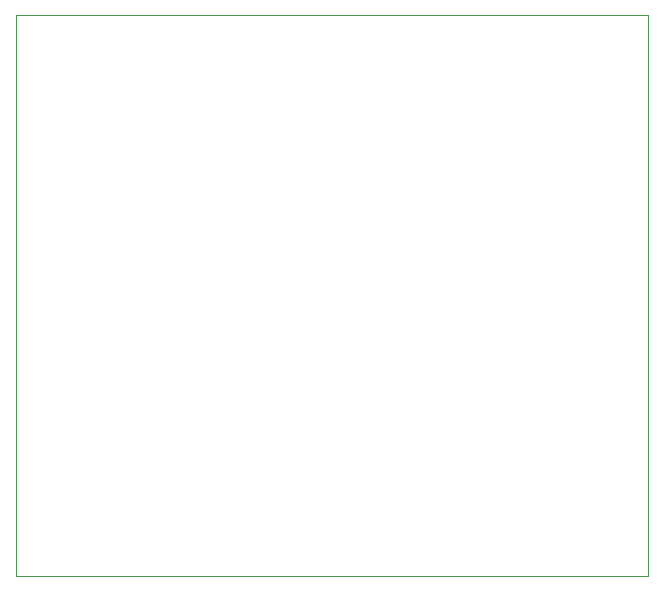
<source format=gm1>
%TF.GenerationSoftware,KiCad,Pcbnew,(5.1.10)-1*%
%TF.CreationDate,2021-11-22T17:18:02+01:00*%
%TF.ProjectId,termostat,7465726d-6f73-4746-9174-2e6b69636164,rev?*%
%TF.SameCoordinates,Original*%
%TF.FileFunction,Profile,NP*%
%FSLAX46Y46*%
G04 Gerber Fmt 4.6, Leading zero omitted, Abs format (unit mm)*
G04 Created by KiCad (PCBNEW (5.1.10)-1) date 2021-11-22 17:18:02*
%MOMM*%
%LPD*%
G01*
G04 APERTURE LIST*
%TA.AperFunction,Profile*%
%ADD10C,0.050000*%
%TD*%
G04 APERTURE END LIST*
D10*
X121000000Y-120000000D02*
X121000000Y-72500000D01*
X174500000Y-120000000D02*
X121000000Y-120000000D01*
X174500000Y-72500000D02*
X174500000Y-120000000D01*
X121000000Y-72500000D02*
X174500000Y-72500000D01*
M02*

</source>
